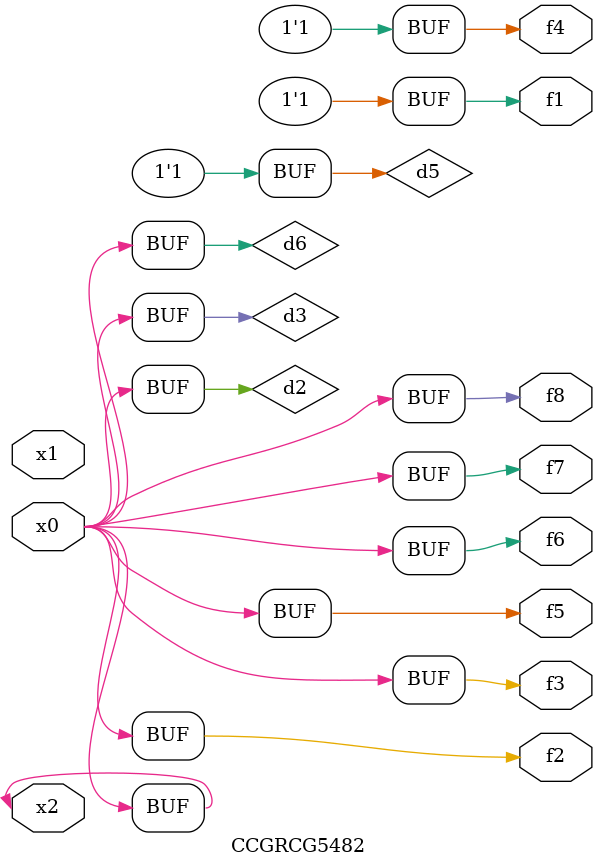
<source format=v>
module CCGRCG5482(
	input x0, x1, x2,
	output f1, f2, f3, f4, f5, f6, f7, f8
);

	wire d1, d2, d3, d4, d5, d6;

	xnor (d1, x2);
	buf (d2, x0, x2);
	and (d3, x0);
	xnor (d4, x1, x2);
	nand (d5, d1, d3);
	buf (d6, d2, d3);
	assign f1 = d5;
	assign f2 = d6;
	assign f3 = d6;
	assign f4 = d5;
	assign f5 = d6;
	assign f6 = d6;
	assign f7 = d6;
	assign f8 = d6;
endmodule

</source>
